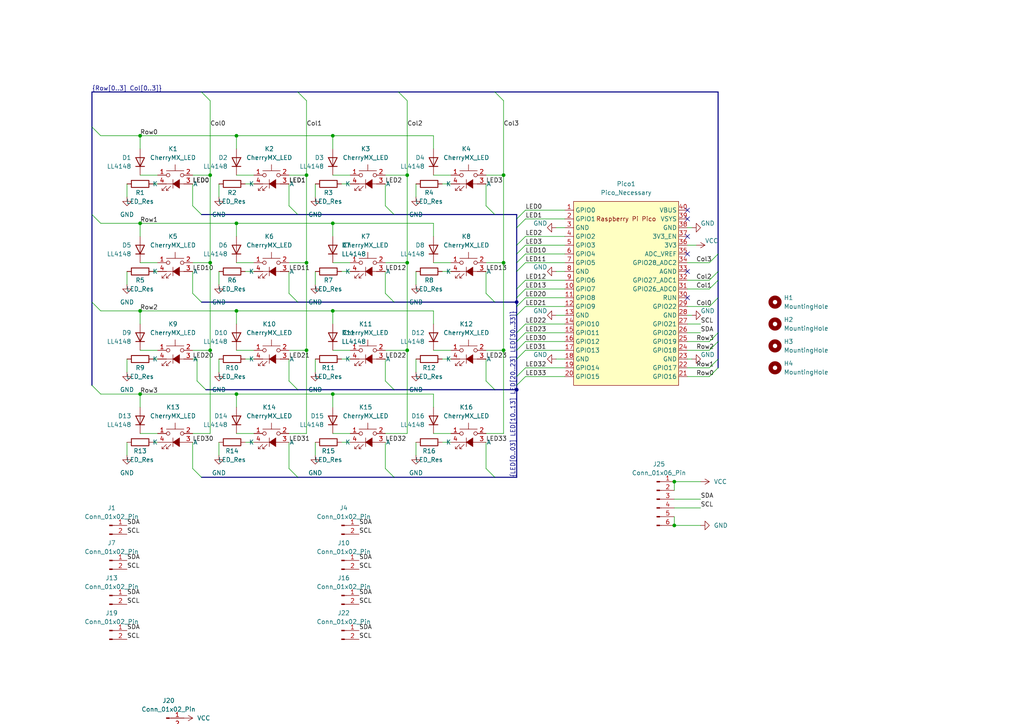
<source format=kicad_sch>
(kicad_sch (version 20230121) (generator eeschema)
  (paper "A4")
  (lib_symbols
    (symbol "Connector:Conn_01x02_Pin" (pin_names (offset 1.016) hide)
      (property "Reference" "J" (at 0 2.54 0))
      (property "Value" "Conn_01x02_Pin" (at 0 -5.08 0))
      (symbol "Conn_01x02_Pin_1_1"
        (pin passive line (at 5.08 0 180) (length 3.81) (name "Pin_1") (number "1"))
        (pin passive line (at 5.08 -2.54 180) (length 3.81) (name "Pin_2") (number "2"))
      )
    )
    (symbol "Connector:Conn_01x06_Pin" (pin_names (offset 1.016) hide)
      (property "Reference" "J" (at 0 7.62 0))
      (property "Value" "Conn_01x06_Pin" (at 0 -10.16 0))
      (symbol "Conn_01x06_Pin_1_1"
        (pin passive line (at 5.08 5.08 180) (length 3.81) (name "Pin_1") (number "1"))
        (pin passive line (at 5.08 2.54 180) (length 3.81) (name "Pin_2") (number "2"))
        (pin passive line (at 5.08 0 180) (length 3.81) (name "Pin_3") (number "3"))
        (pin passive line (at 5.08 -2.54 180) (length 3.81) (name "Pin_4") (number "4"))
        (pin passive line (at 5.08 -5.08 180) (length 3.81) (name "Pin_5") (number "5"))
        (pin passive line (at 5.08 -7.62 180) (length 3.81) (name "Pin_6") (number "6"))
      )
    )
    (symbol "Device:R" (pin_numbers hide) (pin_names (offset 0))
      (property "Reference" "R" (at 2.032 0 90))
      (property "Value" "R" (at 0 0 90))
      (symbol "R_1_1"
        (pin passive line (at 0 3.81 270) (length 1.27) (name "~") (number "1"))
        (pin passive line (at 0 -3.81 90) (length 1.27) (name "~") (number "2"))
      )
    )
    (symbol "Diode:LL4148" (pin_numbers hide) (pin_names hide)
      (property "Reference" "D" (at 0 2.54 0))
      (property "Value" "LL4148" (at 0 -2.54 0))
      (symbol "LL4148_1_1"
        (pin passive line (at -3.81 0 0) (length 2.54) (name "K") (number "1"))
        (pin passive line (at 3.81 0 180) (length 2.54) (name "A") (number "2"))
      )
    )
    (symbol "Mechanical:MountingHole" (pin_names (offset 1.016))
      (property "Reference" "H" (at 0 5.08 0))
      (property "Value" "MountingHole" (at 0 3.175 0))
    )
    (symbol "grid:CherryMX_LED" (pin_names (offset -3.9878))
      (property "Reference" "U" (at 2.54 4.445 0))
      (property "Value" "CherryMX_LED" (at 0 -4.445 0))
      (symbol "CherryMX_LED_1_1"
        (pin passive line (at -5.08 1.27 0) (length 2.54) (name "~") (number "1"))
        (pin passive line (at 5.08 1.27 180) (length 2.54) (name "~") (number "2"))
        (pin passive line (at 5.08 -1.27 180) (length 2.54) (name "A") (number "3"))
        (pin passive line (at -5.08 -1.27 0) (length 2.54) (name "K") (number "4"))
      )
    )
    (symbol "grid:Pico_Necessary"
      (property "Reference" "U" (at -13.97 27.94 0))
      (property "Value" "Pico_Necessary" (at 0 19.05 0))
      (symbol "Pico_Necessary_0_0"
        (text "Raspberry Pi Pico" (at 0 21.59 0) (effects (font (size 1.27 1.27))))
      )
      (symbol "Pico_Necessary_1_1"
        (pin bidirectional line (at -17.78 24.13 0) (length 2.54) (name "GPIO0") (number "1"))
        (pin bidirectional line (at -17.78 1.27 0) (length 2.54) (name "GPIO7") (number "10"))
        (pin bidirectional line (at -17.78 -1.27 0) (length 2.54) (name "GPIO8") (number "11"))
        (pin bidirectional line (at -17.78 -3.81 0) (length 2.54) (name "GPIO9") (number "12"))
        (pin power_in line (at -17.78 -6.35 0) (length 2.54) (name "GND") (number "13"))
        (pin bidirectional line (at -17.78 -8.89 0) (length 2.54) (name "GPIO10") (number "14"))
        (pin bidirectional line (at -17.78 -11.43 0) (length 2.54) (name "GPIO11") (number "15"))
        (pin bidirectional line (at -17.78 -13.97 0) (length 2.54) (name "GPIO12") (number "16"))
        (pin bidirectional line (at -17.78 -16.51 0) (length 2.54) (name "GPIO13") (number "17"))
        (pin power_in line (at -17.78 -19.05 0) (length 2.54) (name "GND") (number "18"))
        (pin bidirectional line (at -17.78 -21.59 0) (length 2.54) (name "GPIO14") (number "19"))
        (pin bidirectional line (at -17.78 21.59 0) (length 2.54) (name "GPIO1") (number "2"))
        (pin bidirectional line (at -17.78 -24.13 0) (length 2.54) (name "GPIO15") (number "20"))
        (pin bidirectional line (at 17.78 -24.13 180) (length 2.54) (name "GPIO16") (number "21"))
        (pin bidirectional line (at 17.78 -21.59 180) (length 2.54) (name "GPIO17") (number "22"))
        (pin power_in line (at 17.78 -19.05 180) (length 2.54) (name "GND") (number "23"))
        (pin bidirectional line (at 17.78 -16.51 180) (length 2.54) (name "GPIO18") (number "24"))
        (pin bidirectional line (at 17.78 -13.97 180) (length 2.54) (name "GPIO19") (number "25"))
        (pin bidirectional line (at 17.78 -11.43 180) (length 2.54) (name "GPIO20") (number "26"))
        (pin bidirectional line (at 17.78 -8.89 180) (length 2.54) (name "GPIO21") (number "27"))
        (pin power_in line (at 17.78 -6.35 180) (length 2.54) (name "GND") (number "28"))
        (pin bidirectional line (at 17.78 -3.81 180) (length 2.54) (name "GPIO22") (number "29"))
        (pin power_in line (at -17.78 19.05 0) (length 2.54) (name "GND") (number "3"))
        (pin input line (at 17.78 -1.27 180) (length 2.54) (name "RUN") (number "30"))
        (pin bidirectional line (at 17.78 1.27 180) (length 2.54) (name "GPIO26_ADC0") (number "31"))
        (pin bidirectional line (at 17.78 3.81 180) (length 2.54) (name "GPIO27_ADC1") (number "32"))
        (pin power_in line (at 17.78 6.35 180) (length 2.54) (name "AGND") (number "33"))
        (pin bidirectional line (at 17.78 8.89 180) (length 2.54) (name "GPIO28_ADC2") (number "34"))
        (pin power_in line (at 17.78 11.43 180) (length 2.54) (name "ADC_VREF") (number "35"))
        (pin power_in line (at 17.78 13.97 180) (length 2.54) (name "3V3") (number "36"))
        (pin input line (at 17.78 16.51 180) (length 2.54) (name "3V3_EN") (number "37"))
        (pin bidirectional line (at 17.78 19.05 180) (length 2.54) (name "GND") (number "38"))
        (pin power_in line (at 17.78 21.59 180) (length 2.54) (name "VSYS") (number "39"))
        (pin bidirectional line (at -17.78 16.51 0) (length 2.54) (name "GPIO2") (number "4"))
        (pin power_in line (at 17.78 24.13 180) (length 2.54) (name "VBUS") (number "40"))
        (pin bidirectional line (at -17.78 13.97 0) (length 2.54) (name "GPIO3") (number "5"))
        (pin bidirectional line (at -17.78 11.43 0) (length 2.54) (name "GPIO4") (number "6"))
        (pin bidirectional line (at -17.78 8.89 0) (length 2.54) (name "GPIO5") (number "7"))
        (pin power_in line (at -17.78 6.35 0) (length 2.54) (name "GND") (number "8"))
        (pin bidirectional line (at -17.78 3.81 0) (length 2.54) (name "GPIO6") (number "9"))
      )
    )
    (symbol "power:GND" (power) (pin_names (offset 0))
      (property "Value" "GND" (at 0 -3.81 0))
      (symbol "GND_1_1"
        (pin power_in line (at 0 0 270) (length 0) hide (name "GND") (number "1"))
      )
    )
    (symbol "power:VCC" (power) (pin_names (offset 0))
      (property "Value" "VCC" (at 0 3.81 0))
      (symbol "VCC_1_1"
        (pin power_in line (at 0 0 90) (length 0) hide (name "VCC") (number "1"))
      )
    )
  )
  (junction (at 68.58 90.17))
  (junction (at 88.9 76.2))
  (junction (at 96.52 64.77))
  (junction (at 60.96 50.8))
  (junction (at 40.64 90.17))
  (junction (at 118.11 76.2))
  (junction (at 149.86 113.03))
  (junction (at 88.9 50.8))
  (junction (at 118.11 101.6))
  (junction (at 60.96 101.6))
  (junction (at 149.86 87.63))
  (junction (at 68.58 39.37))
  (junction (at 40.64 114.3))
  (junction (at 40.64 64.77))
  (junction (at 195.58 139.7))
  (junction (at 96.52 39.37))
  (junction (at 146.05 76.2))
  (junction (at 40.64 39.37))
  (junction (at 68.58 114.3))
  (junction (at 96.52 90.17))
  (junction (at 146.05 101.6))
  (junction (at 118.11 50.8))
  (junction (at 60.96 76.2))
  (junction (at 96.52 114.3))
  (junction (at 88.9 101.6))
  (junction (at 195.58 152.4))
  (junction (at 68.58 64.77))
  (junction (at 146.05 50.8))
  (no_connect (at 199.39 60.96))
  (no_connect (at 199.39 63.5))
  (no_connect (at 199.39 68.58))
  (no_connect (at 199.39 78.74))
  (no_connect (at 199.39 86.36))
  (no_connect (at 199.39 73.66))
  (bus_entry (at 26.67 111.76) (size 2.54 2.54))
  (bus_entry (at 208.28 106.68) (size -2.54 2.54))
  (bus_entry (at 86.36 113.03) (size -2.54 -2.54))
  (bus_entry (at 208.28 99.06) (size -2.54 2.54))
  (bus_entry (at 86.36 87.63) (size -2.54 -2.54))
  (bus_entry (at 149.86 109.22) (size 2.54 -2.54))
  (bus_entry (at 208.28 78.74) (size -2.54 2.54))
  (bus_entry (at 208.28 86.36) (size -2.54 2.54))
  (bus_entry (at 208.28 73.66) (size -2.54 2.54))
  (bus_entry (at 58.42 87.63) (size -2.54 -2.54))
  (bus_entry (at 149.86 104.14) (size 2.54 -2.54))
  (bus_entry (at 114.3 138.43) (size -2.54 -2.54))
  (bus_entry (at 149.86 63.5) (size 2.54 -2.54))
  (bus_entry (at 208.28 104.14) (size -2.54 2.54))
  (bus_entry (at 143.51 26.67) (size 2.54 2.54))
  (bus_entry (at 208.28 81.28) (size -2.54 2.54))
  (bus_entry (at 149.86 91.44) (size 2.54 -2.54))
  (bus_entry (at 58.42 138.43) (size -2.54 -2.54))
  (bus_entry (at 86.36 62.23) (size -2.54 -2.54))
  (bus_entry (at 86.36 26.67) (size 2.54 2.54))
  (bus_entry (at 149.86 66.04) (size 2.54 -2.54))
  (bus_entry (at 114.3 87.63) (size -2.54 -2.54))
  (bus_entry (at 208.28 96.52) (size -2.54 2.54))
  (bus_entry (at 149.86 76.2) (size 2.54 -2.54))
  (bus_entry (at 26.67 62.23) (size 2.54 2.54))
  (bus_entry (at 149.86 73.66) (size 2.54 -2.54))
  (bus_entry (at 149.86 78.74) (size 2.54 -2.54))
  (bus_entry (at 149.86 83.82) (size 2.54 -2.54))
  (bus_entry (at 143.51 113.03) (size -2.54 -2.54))
  (bus_entry (at 114.3 62.23) (size -2.54 -2.54))
  (bus_entry (at 143.51 87.63) (size -2.54 -2.54))
  (bus_entry (at 114.3 113.03) (size -2.54 -2.54))
  (bus_entry (at 26.67 87.63) (size 2.54 2.54))
  (bus_entry (at 26.67 36.83) (size 2.54 2.54))
  (bus_entry (at 149.86 88.9) (size 2.54 -2.54))
  (bus_entry (at 115.57 26.67) (size 2.54 2.54))
  (bus_entry (at 86.36 138.43) (size -2.54 -2.54))
  (bus_entry (at 149.86 111.76) (size 2.54 -2.54))
  (bus_entry (at 59.69 113.03) (size -2.54 -2.54))
  (bus_entry (at 143.51 62.23) (size -2.54 -2.54))
  (bus_entry (at 149.86 86.36) (size 2.54 -2.54))
  (bus_entry (at 149.86 96.52) (size 2.54 -2.54))
  (bus_entry (at 58.42 62.23) (size -2.54 -2.54))
  (bus_entry (at 149.86 99.06) (size 2.54 -2.54))
  (bus_entry (at 149.86 101.6) (size 2.54 -2.54))
  (bus_entry (at 143.51 138.43) (size -2.54 -2.54))
  (bus_entry (at 149.86 71.12) (size 2.54 -2.54))
  (bus_entry (at 58.42 26.67) (size 2.54 2.54))
  (wire (pts (xy 140.97 110.49) (xy 140.97 104.14)))
  (wire (pts (xy 152.4 96.52) (xy 163.83 96.52)))
  (wire (pts (xy 40.64 114.3) (xy 68.58 114.3)))
  (bus (pts (xy 114.3 138.43) (xy 143.51 138.43)))
  (bus (pts (xy 208.28 86.36) (xy 208.28 96.52)))
  (bus (pts (xy 149.86 83.82) (xy 149.86 86.36)))
  (wire (pts (xy 125.73 101.6) (xy 130.81 101.6)))
  (bus (pts (xy 26.67 26.67) (xy 58.42 26.67)))
  (wire (pts (xy 199.39 83.82) (xy 205.74 83.82)))
  (bus (pts (xy 149.86 113.03) (xy 149.86 138.43)))
  (wire (pts (xy 40.64 50.8) (xy 45.72 50.8)))
  (wire (pts (xy 45.72 128.27) (xy 44.45 128.27)))
  (wire (pts (xy 199.39 81.28) (xy 205.74 81.28)))
  (wire (pts (xy 161.29 104.14) (xy 163.83 104.14)))
  (bus (pts (xy 149.86 86.36) (xy 149.86 87.63)))
  (wire (pts (xy 152.4 88.9) (xy 163.83 88.9)))
  (wire (pts (xy 68.58 125.73) (xy 73.66 125.73)))
  (wire (pts (xy 199.39 101.6) (xy 205.74 101.6)))
  (wire (pts (xy 36.83 78.74) (xy 36.83 82.55)))
  (bus (pts (xy 149.86 104.14) (xy 149.86 109.22)))
  (wire (pts (xy 73.66 104.14) (xy 71.12 104.14)))
  (wire (pts (xy 152.4 99.06) (xy 163.83 99.06)))
  (wire (pts (xy 120.65 78.74) (xy 120.65 82.55)))
  (wire (pts (xy 45.72 104.14) (xy 44.45 104.14)))
  (bus (pts (xy 26.67 36.83) (xy 26.67 26.67)))
  (wire (pts (xy 40.64 68.58) (xy 40.64 64.77)))
  (bus (pts (xy 143.51 138.43) (xy 149.86 138.43)))
  (wire (pts (xy 111.76 104.14) (xy 111.76 110.49)))
  (bus (pts (xy 149.86 71.12) (xy 149.86 73.66)))
  (bus (pts (xy 86.36 87.63) (xy 114.3 87.63)))
  (wire (pts (xy 36.83 53.34) (xy 36.83 57.15)))
  (wire (pts (xy 146.05 50.8) (xy 146.05 76.2)))
  (wire (pts (xy 73.66 53.34) (xy 71.12 53.34)))
  (wire (pts (xy 55.88 59.69) (xy 55.88 53.34)))
  (wire (pts (xy 68.58 90.17) (xy 68.58 93.98)))
  (bus (pts (xy 114.3 87.63) (xy 143.51 87.63)))
  (wire (pts (xy 40.64 93.98) (xy 40.64 90.17)))
  (wire (pts (xy 68.58 39.37) (xy 68.58 43.18)))
  (wire (pts (xy 88.9 50.8) (xy 88.9 76.2)))
  (wire (pts (xy 199.39 106.68) (xy 205.74 106.68)))
  (bus (pts (xy 149.86 96.52) (xy 149.86 99.06)))
  (wire (pts (xy 96.52 114.3) (xy 125.73 114.3)))
  (bus (pts (xy 143.51 87.63) (xy 149.86 87.63)))
  (bus (pts (xy 208.28 104.14) (xy 208.28 106.68)))
  (wire (pts (xy 101.6 104.14) (xy 99.06 104.14)))
  (wire (pts (xy 125.73 114.3) (xy 125.73 118.11)))
  (wire (pts (xy 91.44 53.34) (xy 91.44 57.15)))
  (wire (pts (xy 83.82 76.2) (xy 88.9 76.2)))
  (wire (pts (xy 111.76 101.6) (xy 118.11 101.6)))
  (bus (pts (xy 58.42 26.67) (xy 86.36 26.67)))
  (wire (pts (xy 68.58 64.77) (xy 96.52 64.77)))
  (wire (pts (xy 36.83 104.14) (xy 36.83 107.95)))
  (bus (pts (xy 149.86 111.76) (xy 149.86 113.03)))
  (wire (pts (xy 96.52 90.17) (xy 125.73 90.17)))
  (bus (pts (xy 208.28 81.28) (xy 208.28 86.36)))
  (wire (pts (xy 60.96 125.73) (xy 55.88 125.73)))
  (wire (pts (xy 199.39 71.12) (xy 201.93 71.12)))
  (bus (pts (xy 149.86 91.44) (xy 149.86 96.52)))
  (bus (pts (xy 26.67 111.76) (xy 26.67 87.63)))
  (bus (pts (xy 149.86 109.22) (xy 149.86 111.76)))
  (wire (pts (xy 152.4 68.58) (xy 163.83 68.58)))
  (wire (pts (xy 63.5 78.74) (xy 63.5 82.55)))
  (wire (pts (xy 55.88 76.2) (xy 60.96 76.2)))
  (wire (pts (xy 40.64 64.77) (xy 68.58 64.77)))
  (wire (pts (xy 29.21 90.17) (xy 40.64 90.17)))
  (wire (pts (xy 88.9 125.73) (xy 83.82 125.73)))
  (bus (pts (xy 115.57 26.67) (xy 143.51 26.67)))
  (wire (pts (xy 152.4 83.82) (xy 163.83 83.82)))
  (wire (pts (xy 140.97 85.09) (xy 140.97 78.74)))
  (wire (pts (xy 83.82 78.74) (xy 83.82 85.09)))
  (wire (pts (xy 195.58 139.7) (xy 195.58 142.24)))
  (wire (pts (xy 55.88 50.8) (xy 60.96 50.8)))
  (wire (pts (xy 152.4 63.5) (xy 163.83 63.5)))
  (wire (pts (xy 161.29 91.44) (xy 163.83 91.44)))
  (bus (pts (xy 149.86 63.5) (xy 149.86 66.04)))
  (wire (pts (xy 45.72 78.74) (xy 44.45 78.74)))
  (wire (pts (xy 125.73 125.73) (xy 130.81 125.73)))
  (bus (pts (xy 208.28 73.66) (xy 208.28 78.74)))
  (wire (pts (xy 199.39 99.06) (xy 205.74 99.06)))
  (wire (pts (xy 146.05 76.2) (xy 146.05 101.6)))
  (wire (pts (xy 68.58 50.8) (xy 73.66 50.8)))
  (wire (pts (xy 36.83 128.27) (xy 36.83 132.08)))
  (wire (pts (xy 118.11 50.8) (xy 118.11 76.2)))
  (wire (pts (xy 199.39 93.98) (xy 203.2 93.98)))
  (wire (pts (xy 91.44 78.74) (xy 91.44 82.55)))
  (wire (pts (xy 68.58 39.37) (xy 96.52 39.37)))
  (wire (pts (xy 96.52 114.3) (xy 96.52 118.11)))
  (bus (pts (xy 58.42 138.43) (xy 86.36 138.43)))
  (bus (pts (xy 26.67 62.23) (xy 26.67 36.83)))
  (wire (pts (xy 199.39 104.14) (xy 200.66 104.14)))
  (wire (pts (xy 73.66 78.74) (xy 71.12 78.74)))
  (wire (pts (xy 83.82 50.8) (xy 88.9 50.8)))
  (bus (pts (xy 58.42 87.63) (xy 86.36 87.63)))
  (wire (pts (xy 29.21 39.37) (xy 40.64 39.37)))
  (wire (pts (xy 111.76 50.8) (xy 118.11 50.8)))
  (wire (pts (xy 68.58 114.3) (xy 96.52 114.3)))
  (wire (pts (xy 125.73 76.2) (xy 130.81 76.2)))
  (wire (pts (xy 96.52 64.77) (xy 125.73 64.77)))
  (bus (pts (xy 208.28 96.52) (xy 208.28 99.06)))
  (wire (pts (xy 101.6 53.34) (xy 99.06 53.34)))
  (wire (pts (xy 146.05 125.73) (xy 140.97 125.73)))
  (wire (pts (xy 57.15 104.14) (xy 55.88 104.14)))
  (wire (pts (xy 40.64 43.18) (xy 40.64 39.37)))
  (wire (pts (xy 60.96 29.21) (xy 60.96 50.8)))
  (wire (pts (xy 199.39 88.9) (xy 205.74 88.9)))
  (bus (pts (xy 149.86 76.2) (xy 149.86 78.74)))
  (wire (pts (xy 152.4 86.36) (xy 163.83 86.36)))
  (wire (pts (xy 101.6 78.74) (xy 99.06 78.74)))
  (bus (pts (xy 143.51 26.67) (xy 208.28 26.67)))
  (wire (pts (xy 125.73 90.17) (xy 125.73 93.98)))
  (wire (pts (xy 152.4 71.12) (xy 163.83 71.12)))
  (wire (pts (xy 199.39 91.44) (xy 200.66 91.44)))
  (wire (pts (xy 146.05 29.21) (xy 146.05 50.8)))
  (wire (pts (xy 199.39 109.22) (xy 205.74 109.22)))
  (wire (pts (xy 91.44 104.14) (xy 91.44 107.95)))
  (bus (pts (xy 26.67 87.63) (xy 26.67 62.23)))
  (wire (pts (xy 44.45 53.34) (xy 45.72 53.34)))
  (wire (pts (xy 96.52 39.37) (xy 125.73 39.37)))
  (bus (pts (xy 149.86 73.66) (xy 149.86 76.2)))
  (wire (pts (xy 68.58 101.6) (xy 73.66 101.6)))
  (wire (pts (xy 96.52 39.37) (xy 96.52 43.18)))
  (wire (pts (xy 118.11 125.73) (xy 111.76 125.73)))
  (wire (pts (xy 152.4 109.22) (xy 163.83 109.22)))
  (wire (pts (xy 111.76 85.09) (xy 111.76 78.74)))
  (bus (pts (xy 86.36 62.23) (xy 114.3 62.23)))
  (bus (pts (xy 149.86 88.9) (xy 149.86 91.44)))
  (bus (pts (xy 149.86 101.6) (xy 149.86 104.14)))
  (wire (pts (xy 96.52 64.77) (xy 96.52 68.58)))
  (wire (pts (xy 152.4 81.28) (xy 163.83 81.28)))
  (bus (pts (xy 58.42 62.23) (xy 86.36 62.23)))
  (wire (pts (xy 57.15 110.49) (xy 57.15 104.14)))
  (wire (pts (xy 96.52 90.17) (xy 96.52 93.98)))
  (bus (pts (xy 208.28 78.74) (xy 208.28 81.28)))
  (wire (pts (xy 118.11 101.6) (xy 118.11 125.73)))
  (wire (pts (xy 88.9 76.2) (xy 88.9 101.6)))
  (wire (pts (xy 88.9 101.6) (xy 88.9 125.73)))
  (wire (pts (xy 195.58 147.32) (xy 203.2 147.32)))
  (wire (pts (xy 83.82 101.6) (xy 88.9 101.6)))
  (wire (pts (xy 125.73 50.8) (xy 130.81 50.8)))
  (wire (pts (xy 195.58 144.78) (xy 203.2 144.78)))
  (wire (pts (xy 125.73 39.37) (xy 125.73 43.18)))
  (wire (pts (xy 140.97 101.6) (xy 146.05 101.6)))
  (wire (pts (xy 55.88 101.6) (xy 60.96 101.6)))
  (bus (pts (xy 86.36 26.67) (xy 115.57 26.67)))
  (bus (pts (xy 208.28 26.67) (xy 208.28 73.66)))
  (wire (pts (xy 63.5 53.34) (xy 63.5 57.15)))
  (wire (pts (xy 29.21 114.3) (xy 40.64 114.3)))
  (wire (pts (xy 195.58 152.4) (xy 203.2 152.4)))
  (wire (pts (xy 161.29 66.04) (xy 163.83 66.04)))
  (wire (pts (xy 68.58 76.2) (xy 73.66 76.2)))
  (wire (pts (xy 60.96 76.2) (xy 60.96 101.6)))
  (wire (pts (xy 29.21 64.77) (xy 40.64 64.77)))
  (wire (pts (xy 55.88 85.09) (xy 55.88 78.74)))
  (wire (pts (xy 152.4 76.2) (xy 163.83 76.2)))
  (wire (pts (xy 40.64 101.6) (xy 45.72 101.6)))
  (bus (pts (xy 149.86 62.23) (xy 149.86 63.5)))
  (wire (pts (xy 161.29 78.74) (xy 163.83 78.74)))
  (wire (pts (xy 140.97 76.2) (xy 146.05 76.2)))
  (wire (pts (xy 40.64 90.17) (xy 68.58 90.17)))
  (wire (pts (xy 152.4 106.68) (xy 163.83 106.68)))
  (wire (pts (xy 40.64 114.3) (xy 40.64 118.11)))
  (wire (pts (xy 68.58 114.3) (xy 68.58 118.11)))
  (wire (pts (xy 101.6 128.27) (xy 99.06 128.27)))
  (wire (pts (xy 195.58 139.7) (xy 203.2 139.7)))
  (wire (pts (xy 118.11 76.2) (xy 118.11 101.6)))
  (wire (pts (xy 40.64 39.37) (xy 68.58 39.37)))
  (wire (pts (xy 83.82 128.27) (xy 83.82 135.89)))
  (wire (pts (xy 96.52 76.2) (xy 101.6 76.2)))
  (wire (pts (xy 83.82 59.69) (xy 83.82 53.34)))
  (wire (pts (xy 120.65 104.14) (xy 120.65 107.95)))
  (wire (pts (xy 68.58 90.17) (xy 96.52 90.17)))
  (bus (pts (xy 114.3 62.23) (xy 143.51 62.23)))
  (wire (pts (xy 152.4 101.6) (xy 163.83 101.6)))
  (wire (pts (xy 120.65 53.34) (xy 120.65 57.15)))
  (wire (pts (xy 60.96 101.6) (xy 60.96 125.73)))
  (bus (pts (xy 149.86 99.06) (xy 149.86 101.6)))
  (wire (pts (xy 40.64 125.73) (xy 45.72 125.73)))
  (bus (pts (xy 149.86 66.04) (xy 149.86 71.12)))
  (wire (pts (xy 96.52 125.73) (xy 101.6 125.73)))
  (wire (pts (xy 120.65 128.27) (xy 120.65 132.08)))
  (wire (pts (xy 91.44 128.27) (xy 91.44 132.08)))
  (bus (pts (xy 143.51 62.23) (xy 149.86 62.23)))
  (bus (pts (xy 59.69 113.03) (xy 86.36 113.03)))
  (wire (pts (xy 96.52 101.6) (xy 101.6 101.6)))
  (bus (pts (xy 149.86 78.74) (xy 149.86 83.82)))
  (bus (pts (xy 86.36 138.43) (xy 114.3 138.43)))
  (wire (pts (xy 96.52 50.8) (xy 101.6 50.8)))
  (wire (pts (xy 40.64 76.2) (xy 45.72 76.2)))
  (bus (pts (xy 86.36 113.03) (xy 114.3 113.03)))
  (wire (pts (xy 140.97 50.8) (xy 146.05 50.8)))
  (wire (pts (xy 130.81 128.27) (xy 128.27 128.27)))
  (wire (pts (xy 111.76 135.89) (xy 111.76 128.27)))
  (wire (pts (xy 152.4 73.66) (xy 163.83 73.66)))
  (wire (pts (xy 146.05 101.6) (xy 146.05 125.73)))
  (wire (pts (xy 68.58 64.77) (xy 68.58 68.58)))
  (wire (pts (xy 73.66 128.27) (xy 71.12 128.27)))
  (wire (pts (xy 88.9 29.21) (xy 88.9 50.8)))
  (wire (pts (xy 199.39 76.2) (xy 205.74 76.2)))
  (wire (pts (xy 63.5 128.27) (xy 63.5 132.08)))
  (bus (pts (xy 114.3 113.03) (xy 143.51 113.03)))
  (wire (pts (xy 130.81 53.34) (xy 128.27 53.34)))
  (wire (pts (xy 60.96 50.8) (xy 60.96 76.2)))
  (wire (pts (xy 199.39 66.04) (xy 200.66 66.04)))
  (wire (pts (xy 130.81 104.14) (xy 128.27 104.14)))
  (wire (pts (xy 83.82 104.14) (xy 83.82 110.49)))
  (wire (pts (xy 118.11 29.21) (xy 118.11 50.8)))
  (wire (pts (xy 140.97 53.34) (xy 140.97 59.69)))
  (wire (pts (xy 195.58 149.86) (xy 195.58 152.4)))
  (wire (pts (xy 199.39 96.52) (xy 203.2 96.52)))
  (bus (pts (xy 149.86 87.63) (xy 149.86 88.9)))
  (wire (pts (xy 152.4 60.96) (xy 163.83 60.96)))
  (wire (pts (xy 63.5 104.14) (xy 63.5 107.95)))
  (wire (pts (xy 152.4 93.98) (xy 163.83 93.98)))
  (wire (pts (xy 130.81 78.74) (xy 128.27 78.74)))
  (wire (pts (xy 111.76 76.2) (xy 118.11 76.2)))
  (wire (pts (xy 111.76 53.34) (xy 111.76 59.69)))
  (bus (pts (xy 143.51 113.03) (xy 149.86 113.03)))
  (wire (pts (xy 55.88 135.89) (xy 55.88 128.27)))
  (wire (pts (xy 125.73 64.77) (xy 125.73 68.58)))
  (wire (pts (xy 140.97 128.27) (xy 140.97 135.89)))
  (bus (pts (xy 208.28 99.06) (xy 208.28 104.14)))
  (label "LED33" (at 152.4 109.22 0))
  (label "LED22" (at 152.4 93.98 0))
  (label "Row1" (at 40.64 64.77 0))
  (label "LED31" (at 83.82 128.27 0))
  (label "SDA" (at 104.14 182.88 0))
  (label "SDA" (at 104.14 172.72 0))
  (label "LED0" (at 152.4 60.96 0))
  (label "SCL" (at 36.83 154.94 0))
  (label "SDA" (at 36.83 182.88 0))
  (label "SDA" (at 36.83 152.4 0))
  (label "{LED[0..03] LED[10..13] LED[20..23] LED[30..33]}" (at 149.86 138.43 90))
  (label "LED20" (at 152.4 86.36 0))
  (label "Row2" (at 201.93 101.6 0))
  (label "SDA" (at 36.83 162.56 0))
  (label "LED10" (at 55.88 78.74 0))
  (label "SCL" (at 203.2 147.32 0))
  (label "LED13" (at 152.4 83.82 0))
  (label "Col1" (at 88.9 36.83 0))
  (label "LED0" (at 55.88 53.34 0))
  (label "LED21" (at 152.4 88.9 0))
  (label "SDA" (at 104.14 162.56 0))
  (label "LED23" (at 152.4 96.52 0))
  (label "LED1" (at 152.4 63.5 0))
  (label "LED31" (at 152.4 101.6 0))
  (label "SDA" (at 36.83 172.72 0))
  (label "Col2" (at 118.11 36.83 0))
  (label "LED22" (at 111.76 104.14 0))
  (label "SDA" (at 203.2 144.78 0))
  (label "LED3" (at 152.4 71.12 0))
  (label "Row3" (at 201.93 99.06 0))
  (label "LED32" (at 111.76 128.27 0))
  (label "LED2" (at 111.76 53.34 0))
  (label "SCL" (at 104.14 154.94 0))
  (label "LED13" (at 140.97 78.74 0))
  (label "LED11" (at 152.4 76.2 0))
  (label "SCL" (at 36.83 175.26 0))
  (label "Row1" (at 201.93 106.68 0))
  (label "LED12" (at 111.76 78.74 0))
  (label "SCL" (at 104.14 185.42 0))
  (label "Row0" (at 201.93 109.22 0))
  (label "LED11" (at 83.82 78.74 0))
  (label "SDA" (at 104.14 152.4 0))
  (label "SDA" (at 203.2 96.52 0))
  (label "Col3" (at 201.93 76.2 0))
  (label "LED23" (at 140.97 104.14 0))
  (label "SCL" (at 36.83 185.42 0))
  (label "Col0" (at 201.93 88.9 0))
  (label "Row0" (at 40.64 39.37 0))
  (label "{Row[0..3] Col[0..3]}" (at 26.67 26.67 0))
  (label "SCL" (at 203.2 93.98 0))
  (label "LED12" (at 152.4 81.28 0))
  (label "LED20" (at 55.88 104.14 0))
  (label "LED30" (at 152.4 99.06 0))
  (label "SCL" (at 104.14 175.26 0))
  (label "LED1" (at 83.82 53.34 0))
  (label "LED0" (at 55.88 53.34 0))
  (label "SCL" (at 104.14 165.1 0))
  (label "Col1" (at 201.93 83.82 0))
  (label "SCL" (at 36.83 165.1 0))
  (label "Row3" (at 40.64 114.3 0))
  (label "LED3" (at 140.97 53.34 0))
  (label "LED10" (at 152.4 73.66 0))
  (label "LED21" (at 83.82 104.14 0))
  (label "Col2" (at 201.93 81.28 0))
  (label "LED30" (at 55.88 128.27 0))
  (label "Col3" (at 146.05 36.83 0))
  (label "LED32" (at 152.4 106.68 0))
  (label "LED33" (at 140.97 128.27 0))
  (label "Row2" (at 40.64 90.17 0))
  (label "LED2" (at 152.4 68.58 0))
  (label "LED1" (at 83.82 53.34 0))
  (label "Col0" (at 60.96 36.83 0))
  (symbol (lib_id "Connector:Conn_01x02_Pin") (at 46.99 220.98 0) (unit 1)
    (property "Reference" "J5" (at 47.625 215.9 0))
    (property "Value" "Conn_01x02_Pin" (at 47.625 218.44 0))
    (property "Footprint" "grid:SolderPad_2" (effects hide))
  )
  (symbol (lib_id "power:GND") (at 161.29 91.44 270) (unit 1)
    (property "Reference" "#PWR019" (effects hide))
    (property "Value" "GND" (at 158.75 90.17 90) (effects (justify right)))
  )
  (symbol (lib_id "grid:CherryMX_LED") (at 106.68 77.47 0) (unit 1)
    (property "Reference" "K7" (at 106.045 68.58 0))
    (property "Value" "CherryMX_LED" (at 106.045 71.12 0))
    (property "Footprint" "grid:MX-Hotswap-1U-1206-Reserved-LED" (effects hide))
  )
  (symbol (lib_id "Connector:Conn_01x02_Pin") (at 31.75 182.88 0) (unit 1)
    (property "Reference" "J19" (at 32.385 177.8 0))
    (property "Value" "Conn_01x02_Pin" (at 32.385 180.34 0))
    (property "Footprint" "grid:SolderPad_2" (effects hide))
  )
  (symbol (lib_id "power:VCC") (at 52.07 269.24 270) (unit 1)
    (property "Reference" "#PWR045" (effects hide))
    (property "Value" "VCC" (at 55.88 269.24 90) (effects (justify left)))
  )
  (symbol (lib_id "Connector:Conn_01x02_Pin") (at 48.26 208.28 0) (unit 1)
    (property "Reference" "J20" (at 48.895 203.2 0))
    (property "Value" "Conn_01x02_Pin" (at 48.895 205.74 0))
    (property "Footprint" "grid:SolderPad_2" (effects hide))
  )
  (symbol (lib_id "Connector:Conn_01x02_Pin") (at 99.06 162.56 0) (unit 1)
    (property "Reference" "J10" (at 99.695 157.48 0))
    (property "Value" "Conn_01x02_Pin" (at 99.695 160.02 0))
    (property "Footprint" "grid:SolderPad_2" (effects hide))
  )
  (symbol (lib_id "power:VCC") (at 201.93 71.12 270) (unit 1)
    (property "Reference" "#PWR023" (effects hide))
    (property "Value" "VCC" (at 204.47 69.85 90) (effects (justify left)))
  )
  (symbol (lib_id "Diode:LL4148") (at 40.64 72.39 90) (unit 1)
    (property "Reference" "D5" (at 38.1 71.12 90) (effects (justify left)))
    (property "Value" "LL4148" (at 38.1 73.66 90) (effects (justify left)))
    (property "Footprint" "Diode_SMD:D_MiniMELF" (effects hide))
    (property "Datasheet" "http://www.vishay.com/docs/85557/ll4148.pdf" (effects hide))
    (property "Sim.Device" "D" (effects hide))
    (property "Sim.Pins" "1=K 2=A" (effects hide))
  )
  (symbol (lib_id "Connector:Conn_01x02_Pin") (at 49.53 251.46 0) (unit 1)
    (property "Reference" "J14" (at 50.165 246.38 0))
    (property "Value" "Conn_01x02_Pin" (at 50.165 248.92 0))
    (property "Footprint" "grid:SolderPad_2" (effects hide))
  )
  (symbol (lib_id "power:GND") (at 63.5 107.95 0) (unit 1)
    (property "Reference" "#PWR010" (effects hide))
    (property "Value" "GND" (at 63.5 113.03 0))
  )
  (symbol (lib_id "grid:CherryMX_LED") (at 106.68 52.07 0) (unit 1)
    (property "Reference" "K3" (at 106.045 43.18 0))
    (property "Value" "CherryMX_LED" (at 106.045 45.72 0))
    (property "Footprint" "grid:MX-Hotswap-1U-1206-Reserved-LED" (effects hide))
  )
  (symbol (lib_id "Diode:LL4148") (at 125.73 46.99 270) (mirror x) (unit 1)
    (property "Reference" "D4" (at 123.19 45.72 90) (effects (justify right)))
    (property "Value" "LL4148" (at 123.19 48.26 90) (effects (justify right)))
    (property "Footprint" "Diode_SMD:D_MiniMELF" (effects hide))
    (property "Datasheet" "http://www.vishay.com/docs/85557/ll4148.pdf" (effects hide))
    (property "Sim.Device" "D" (effects hide))
    (property "Sim.Pins" "1=K 2=A" (effects hide))
  )
  (symbol (lib_id "power:GND") (at 36.83 107.95 0) (unit 1)
    (property "Reference" "#PWR09" (effects hide))
    (property "Value" "GND" (at 36.83 113.03 0))
  )
  (symbol (lib_id "Device:R") (at 67.31 78.74 90) (unit 1)
    (property "Reference" "R6" (at 67.31 81.28 90))
    (property "Value" "LED_Res" (at 67.31 83.82 90))
    (property "Footprint" "Resistor_SMD:R_0805_2012Metric_Pad1.20x1.40mm_HandSolder" (effects hide))
  )
  (symbol (lib_id "Diode:LL4148") (at 125.73 121.92 270) (mirror x) (unit 1)
    (property "Reference" "D16" (at 123.19 120.65 90) (effects (justify right)))
    (property "Value" "LL4148" (at 123.19 123.19 90) (effects (justify right)))
    (property "Footprint" "Diode_SMD:D_MiniMELF" (effects hide))
    (property "Datasheet" "http://www.vishay.com/docs/85557/ll4148.pdf" (effects hide))
    (property "Sim.Device" "D" (effects hide))
    (property "Sim.Pins" "1=K 2=A" (effects hide))
  )
  (symbol (lib_id "power:GND") (at 36.83 82.55 0) (unit 1)
    (property "Reference" "#PWR05" (effects hide))
    (property "Value" "GND" (at 36.83 87.63 0))
  )
  (symbol (lib_id "Connector:Conn_01x02_Pin") (at 46.99 281.94 0) (unit 1)
    (property "Reference" "J24" (at 47.625 276.86 0))
    (property "Value" "Conn_01x02_Pin" (at 47.625 279.4 0))
    (property "Footprint" "grid:SolderPad_2" (effects hide))
  )
  (symbol (lib_id "Diode:LL4148") (at 125.73 72.39 270) (mirror x) (unit 1)
    (property "Reference" "D8" (at 123.19 71.12 90) (effects (justify right)))
    (property "Value" "LL4148" (at 123.19 73.66 90) (effects (justify right)))
    (property "Footprint" "Diode_SMD:D_MiniMELF" (effects hide))
    (property "Datasheet" "http://www.vishay.com/docs/85557/ll4148.pdf" (effects hide))
    (property "Sim.Device" "D" (effects hide))
    (property "Sim.Pins" "1=K 2=A" (effects hide))
  )
  (symbol (lib_id "Connector:Conn_01x02_Pin") (at 91.44 219.71 0) (unit 1)
    (property "Reference" "J8" (at 92.075 214.63 0))
    (property "Value" "Conn_01x02_Pin" (at 92.075 217.17 0))
    (property "Footprint" "grid:SolderPad_2" (effects hide))
  )
  (symbol (lib_id "Diode:LL4148") (at 96.52 72.39 270) (mirror x) (unit 1)
    (property "Reference" "D7" (at 99.06 71.12 90) (effects (justify left)))
    (property "Value" "LL4148" (at 99.06 73.66 90) (effects (justify left)))
    (property "Footprint" "Diode_SMD:D_MiniMELF" (effects hide))
    (property "Datasheet" "http://www.vishay.com/docs/85557/ll4148.pdf" (effects hide))
    (property "Sim.Device" "D" (effects hide))
    (property "Sim.Pins" "1=K 2=A" (effects hide))
  )
  (symbol (lib_id "Device:R") (at 40.64 104.14 90) (unit 1)
    (property "Reference" "R9" (at 40.64 106.68 90))
    (property "Value" "LED_Res" (at 40.64 109.22 90))
    (property "Footprint" "Resistor_SMD:R_0805_2012Metric_Pad1.20x1.40mm_HandSolder" (effects hide))
  )
  (symbol (lib_id "power:GND") (at 156.21 238.76 90) (unit 1)
    (property "Reference" "#PWR048" (effects hide))
    (property "Value" "GND" (at 160.02 238.76 90) (effects (justify right)))
  )
  (symbol (lib_id "Diode:LL4148") (at 96.52 97.79 270) (mirror x) (unit 1)
    (property "Reference" "D11" (at 99.06 96.52 90) (effects (justify left)))
    (property "Value" "LL4148" (at 99.06 99.06 90) (effects (justify left)))
    (property "Footprint" "Diode_SMD:D_MiniMELF" (effects hide))
    (property "Datasheet" "http://www.vishay.com/docs/85557/ll4148.pdf" (effects hide))
    (property "Sim.Device" "D" (effects hide))
    (property "Sim.Pins" "1=K 2=A" (effects hide))
  )
  (symbol (lib_id "power:GND") (at 96.52 247.65 90) (unit 1)
    (property "Reference" "#PWR044" (effects hide))
    (property "Value" "GND" (at 100.33 247.65 90) (effects (justify right)))
  )
  (symbol (lib_id "power:VCC") (at 34.29 232.41 270) (unit 1)
    (property "Reference" "#PWR028" (effects hide))
    (property "Value" "VCC" (at 38.1 232.41 90) (effects (justify left)))
  )
  (symbol (lib_id "power:GND") (at 161.29 104.14 270) (unit 1)
    (property "Reference" "#PWR020" (effects hide))
    (property "Value" "GND" (at 158.75 102.87 90) (effects (justify right)))
  )
  (symbol (lib_id "power:VCC") (at 52.07 295.91 270) (unit 1)
    (property "Reference" "#PWR050" (effects hide))
    (property "Value" "VCC" (at 55.88 295.91 90) (effects (justify left)))
  )
  (symbol (lib_id "power:GND") (at 120.65 107.95 0) (unit 1)
    (property "Reference" "#PWR012" (effects hide))
    (property "Value" "GND" (at 120.65 113.03 0))
  )
  (symbol (lib_id "power:GND") (at 91.44 132.08 0) (unit 1)
    (property "Reference" "#PWR015" (effects hide))
    (property "Value" "GND" (at 91.44 137.16 0))
  )
  (symbol (lib_id "grid:CherryMX_LED") (at 50.8 77.47 0) (unit 1)
    (property "Reference" "K5" (at 50.165 68.58 0))
    (property "Value" "CherryMX_LED" (at 50.165 71.12 0))
    (property "Footprint" "grid:MX-Hotswap-1U-1206-Reserved-LED" (effects hide))
  )
  (symbol (lib_id "power:GND") (at 200.66 104.14 90) (unit 1)
    (property "Reference" "#PWR021" (effects hide))
    (property "Value" "GND" (at 203.2 102.87 90) (effects (justify right)))
  )
  (symbol (lib_id "Connector:Conn_01x06_Pin") (at 190.5 144.78 0) (unit 1)
    (property "Reference" "J25" (at 191.135 134.62 0))
    (property "Value" "Conn_01x06_Pin" (at 191.135 137.16 0))
    (property "Footprint" "Connector_PinHeader_2.54mm:PinHeader_1x06_P2.54mm_Vertical" (effects hide))
  )
  (symbol (lib_id "Connector:Conn_01x02_Pin") (at 120.65 236.22 0) (unit 1)
    (property "Reference" "J3" (at 121.285 231.14 0))
    (property "Value" "Conn_01x02_Pin" (at 121.285 233.68 0))
    (property "Footprint" "grid:SolderPad_2" (effects hide))
  )
  (symbol (lib_id "grid:CherryMX_LED") (at 78.74 77.47 0) (unit 1)
    (property "Reference" "K6" (at 78.105 68.58 0))
    (property "Value" "CherryMX_LED" (at 78.105 71.12 0))
    (property "Footprint" "grid:MX-Hotswap-1U-1206-Reserved-LED" (effects hide))
  )
  (symbol (lib_id "Diode:LL4148") (at 125.73 97.79 270) (mirror x) (unit 1)
    (property "Reference" "D12" (at 123.19 96.52 90) (effects (justify right)))
    (property "Value" "LL4148" (at 123.19 99.06 90) (effects (justify right)))
    (property "Footprint" "Diode_SMD:D_MiniMELF" (effects hide))
    (property "Datasheet" "http://www.vishay.com/docs/85557/ll4148.pdf" (effects hide))
    (property "Sim.Device" "D" (effects hide))
    (property "Sim.Pins" "1=K 2=A" (effects hide))
  )
  (symbol (lib_id "power:GND") (at 120.65 82.55 0) (unit 1)
    (property "Reference" "#PWR08" (effects hide))
    (property "Value" "GND" (at 120.65 87.63 0))
  )
  (symbol (lib_id "power:GND") (at 203.2 152.4 90) (unit 1)
    (property "Reference" "#PWR058" (effects hide))
    (property "Value" "GND" (at 207.01 152.4 90) (effects (justify right)))
  )
  (symbol (lib_id "power:GND") (at 125.73 246.38 90) (unit 1)
    (property "Reference" "#PWR033" (effects hide))
    (property "Value" "GND" (at 129.54 246.38 90) (effects (justify right)))
  )
  (symbol (lib_id "Connector:Conn_01x02_Pin") (at 151.13 226.06 0) (unit 1)
    (property "Reference" "J12" (at 151.765 220.98 0))
    (property "Value" "Conn_01x02_Pin" (at 151.765 223.52 0))
    (property "Footprint" "grid:SolderPad_2" (effects hide))
  )
  (symbol (lib_id "power:GND") (at 156.21 228.6 90) (unit 1)
    (property "Reference" "#PWR040" (effects hide))
    (property "Value" "GND" (at 160.02 228.6 90) (effects (justify right)))
  )
  (symbol (lib_id "Device:R") (at 124.46 78.74 90) (unit 1)
    (property "Reference" "R8" (at 124.46 81.28 90))
    (property "Value" "LED_Res" (at 124.46 83.82 90))
    (property "Footprint" "Resistor_SMD:R_0805_2012Metric_Pad1.20x1.40mm_HandSolder" (effects hide))
  )
  (symbol (lib_id "power:GND") (at 125.73 248.92 90) (unit 1)
    (property "Reference" "#PWR038" (effects hide))
    (property "Value" "GND" (at 129.54 248.92 90) (effects (justify right)))
  )
  (symbol (lib_id "grid:CherryMX_LED") (at 135.89 127 0) (unit 1)
    (property "Reference" "K16" (at 135.255 118.11 0))
    (property "Value" "CherryMX_LED" (at 135.255 120.65 0))
    (property "Footprint" "grid:MX-Hotswap-1U-1206-Reserved-LED" (effects hide))
  )
  (symbol (lib_id "Connector:Conn_01x02_Pin") (at 99.06 152.4 0) (unit 1)
    (property "Reference" "J4" (at 99.695 147.32 0))
    (property "Value" "Conn_01x02_Pin" (at 99.695 149.86 0))
    (property "Footprint" "grid:SolderPad_2" (effects hide))
  )
  (symbol (lib_id "power:GND") (at 161.29 66.04 270) (unit 1)
    (property "Reference" "#PWR017" (effects hide))
    (property "Value" "GND" (at 158.75 64.77 90) (effects (justify right)))
  )
  (symbol (lib_id "power:VCC") (at 53.34 208.28 270) (unit 1)
    (property "Reference" "#PWR049" (effects hide))
    (property "Value" "VCC" (at 57.15 208.28 90) (effects (justify left)))
  )
  (symbol (lib_id "power:GND") (at 63.5 82.55 0) (unit 1)
    (property "Reference" "#PWR06" (effects hide))
    (property "Value" "GND" (at 63.5 87.63 0))
  )
  (symbol (lib_id "Mechanical:MountingHole") (at 224.79 100.33 0) (unit 1)
    (property "Reference" "H3" (at 227.33 99.06 0) (effects (justify left)))
    (property "Value" "MountingHole" (at 227.33 101.6 0) (effects (justify left)))
    (property "Footprint" "grid:Moutinghole_M2.5" (effects hide))
  )
  (symbol (lib_id "Device:R") (at 124.46 128.27 90) (unit 1)
    (property "Reference" "R16" (at 124.46 130.81 90))
    (property "Value" "LED_Res" (at 124.46 133.35 90))
    (property "Footprint" "Resistor_SMD:R_0805_2012Metric_Pad1.20x1.40mm_HandSolder" (effects hide))
  )
  (symbol (lib_id "Connector:Conn_01x02_Pin") (at 119.38 223.52 0) (unit 1)
    (property "Reference" "J17" (at 120.015 218.44 0))
    (property "Value" "Conn_01x02_Pin" (at 120.015 220.98 0))
    (property "Footprint" "grid:SolderPad_2" (effects hide))
  )
  (symbol (lib_id "Device:R") (at 40.64 78.74 90) (unit 1)
    (property "Reference" "R5" (at 40.64 81.28 90))
    (property "Value" "LED_Res" (at 40.64 83.82 90))
    (property "Footprint" "Resistor_SMD:R_0805_2012Metric_Pad1.20x1.40mm_HandSolder" (effects hide))
  )
  (symbol (lib_id "power:GND") (at 91.44 57.15 0) (unit 1)
    (property "Reference" "#PWR03" (effects hide))
    (property "Value" "GND" (at 91.44 62.23 0))
  )
  (symbol (lib_id "Device:R") (at 95.25 78.74 90) (unit 1)
    (property "Reference" "R7" (at 95.25 81.28 90))
    (property "Value" "LED_Res" (at 95.25 83.82 90))
    (property "Footprint" "Resistor_SMD:R_0805_2012Metric_Pad1.20x1.40mm_HandSolder" (effects hide))
  )
  (symbol (lib_id "Device:R") (at 40.64 128.27 90) (unit 1)
    (property "Reference" "R13" (at 40.64 130.81 90))
    (property "Value" "LED_Res" (at 40.64 133.35 90))
    (property "Footprint" "Resistor_SMD:R_0805_2012Metric_Pad1.20x1.40mm_HandSolder" (effects hide))
  )
  (symbol (lib_id "grid:CherryMX_LED") (at 50.8 52.07 0) (unit 1)
    (property "Reference" "K1" (at 50.165 43.18 0))
    (property "Value" "CherryMX_LED" (at 50.165 45.72 0))
    (property "Footprint" "grid:MX-Hotswap-1U-1206-Reserved-LED" (effects hide))
  )
  (symbol (lib_id "Diode:LL4148") (at 96.52 121.92 90) (unit 1)
    (property "Reference" "D15" (at 93.98 120.65 90) (effects (justify left)))
    (property "Value" "LL4148" (at 93.98 123.19 90) (effects (justify left)))
    (property "Footprint" "Diode_SMD:D_MiniMELF" (effects hide))
    (property "Datasheet" "http://www.vishay.com/docs/85557/ll4148.pdf" (effects hide))
    (property "Sim.Device" "D" (effects hide))
    (property "Sim.Pins" "1=K 2=A" (effects hide))
  )
  (symbol (lib_id "power:GND") (at 161.29 78.74 270) (unit 1)
    (property "Reference" "#PWR018" (effects hide))
    (property "Value" "GND" (at 158.75 77.47 90) (effects (justify right)))
  )
  (symbol (lib_id "power:GND") (at 124.46 223.52 90) (unit 1)
    (property "Reference" "#PWR025" (effects hide))
    (property "Value" "GND" (at 128.27 223.52 90) (effects (justify right)))
  )
  (symbol (lib_id "grid:CherryMX_LED") (at 78.74 102.87 0) (unit 1)
    (property "Reference" "K10" (at 78.105 93.98 0))
    (property "Value" "CherryMX_LED" (at 78.105 96.52 0))
    (property "Footprint" "grid:MX-Hotswap-1U-1206-Reserved-LED" (effects hide))
  )
  (symbol (lib_id "power:GND") (at 125.73 236.22 90) (unit 1)
    (property "Reference" "#PWR026" (effects hide))
    (property "Value" "GND" (at 129.54 236.22 90) (effects (justify right)))
  )
  (symbol (lib_id "Device:R") (at 95.25 128.27 90) (unit 1)
    (property "Reference" "R15" (at 95.25 130.81 90))
    (property "Value" "LED_Res" (at 95.25 133.35 90))
    (property "Footprint" "Resistor_SMD:R_0805_2012Metric_Pad1.20x1.40mm_HandSolder" (effects hide))
  )
  (symbol (lib_id "grid:CherryMX_LED") (at 106.68 127 0) (unit 1)
    (property "Reference" "K15" (at 106.045 118.11 0))
    (property "Value" "CherryMX_LED" (at 106.045 120.65 0))
    (property "Footprint" "grid:MX-Hotswap-1U-1206-Reserved-LED" (effects hide))
  )
  (symbol (lib_id "Mechanical:MountingHole") (at 224.79 106.68 0) (unit 1)
    (property "Reference" "H4" (at 227.33 105.41 0) (effects (justify left)))
    (property "Value" "MountingHole" (at 227.33 107.95 0) (effects (justify left)))
    (property "Footprint" "grid:Moutinghole_M2.5" (effects hide))
  )
  (symbol (lib_id "Device:R") (at 40.64 53.34 90) (unit 1)
    (property "Reference" "R1" (at 40.64 55.88 90))
    (property "Value" "LED_Res" (at 40.64 58.42 90))
    (property "Footprint" "Resistor_SMD:R_0805_2012Metric_Pad1.20x1.40mm_HandSolder" (effects hide))
  )
  (symbol (lib_id "grid:CherryMX_LED") (at 50.8 102.87 0) (unit 1)
    (property "Reference" "K9" (at 50.165 93.98 0))
    (property "Value" "CherryMX_LED" (at 50.165 96.52 0))
    (property "Footprint" "grid:MX-Hotswap-1U-1206-Reserved-LED" (effects hide))
  )
  (symbol (lib_id "power:GND") (at 200.66 91.44 90) (unit 1)
    (property "Reference" "#PWR022" (effects hide))
    (property "Value" "GND" (at 203.2 90.17 90) (effects (justify right)))
  )
  (symbol (lib_id "power:GND") (at 63.5 57.15 0) (unit 1)
    (property "Reference" "#PWR02" (effects hide))
    (property "Value" "GND" (at 63.5 62.23 0))
  )
  (symbol (lib_id "power:VCC") (at 52.07 220.98 270) (unit 1)
    (property "Reference" "#PWR027" (effects hide))
    (property "Value" "VCC" (at 55.88 220.98 90) (effects (justify left)))
  )
  (symbol (lib_id "Connector:Conn_01x02_Pin") (at 46.99 266.7 0) (unit 1)
    (property "Reference" "J15" (at 47.625 261.62 0))
    (property "Value" "Conn_01x02_Pin" (at 47.625 264.16 0))
    (property "Footprint" "grid:SolderPad_2" (effects hide))
  )
  (symbol (lib_id "power:VCC") (at 52.07 298.45 270) (unit 1)
    (property "Reference" "#PWR032" (effects hide))
    (property "Value" "VCC" (at 55.88 298.45 90) (effects (justify left)))
  )
  (symbol (lib_id "Device:R") (at 124.46 53.34 90) (unit 1)
    (property "Reference" "R4" (at 124.46 55.88 90))
    (property "Value" "LED_Res" (at 124.46 58.42 90))
    (property "Footprint" "Resistor_SMD:R_0805_2012Metric_Pad1.20x1.40mm_HandSolder" (effects hide))
  )
  (symbol (lib_id "grid:Pico_Necessary") (at 181.61 85.09 0) (unit 1)
    (property "Reference" "Pico1" (at 181.61 53.34 0))
    (property "Value" "Pico_Necessary" (at 181.61 55.88 0))
    (property "Footprint" "grid:Pico_THR_Necessary" (effects hide))
  )
  (symbol (lib_id "grid:CherryMX_LED") (at 135.89 102.87 0) (unit 1)
    (property "Reference" "K12" (at 135.255 93.98 0))
    (property "Value" "CherryMX_LED" (at 135.255 96.52 0))
    (property "Footprint" "grid:MX-Hotswap-1U-1206-Reserved-LED" (effects hide))
  )
  (symbol (lib_id "power:GND") (at 36.83 57.15 0) (unit 1)
    (property "Reference" "#PWR01" (effects hide))
    (property "Value" "GND" (at 36.83 62.23 0))
  )
  (symbol (lib_id "grid:CherryMX_LED") (at 106.68 102.87 0) (unit 1)
    (property "Reference" "K11" (at 106.045 93.98 0))
    (property "Value" "CherryMX_LED" (at 106.045 96.52 0))
    (property "Footprint" "grid:MX-Hotswap-1U-1206-Reserved-LED" (effects hide))
  )
  (symbol (lib_id "power:GND") (at 96.52 222.25 90) (unit 1)
    (property "Reference" "#PWR037" (effects hide))
    (property "Value" "GND" (at 100.33 222.25 90) (effects (justify right)))
  )
  (symbol (lib_id "power:VCC") (at 54.61 254 270) (unit 1)
    (property "Reference" "#PWR046" (effects hide))
    (property "Value" "VCC" (at 58.42 254 90) (effects (justify left)))
  )
  (symbol (lib_id "Connector:Conn_01x02_Pin") (at 46.99 295.91 0) (unit 1)
    (property "Reference" "J21" (at 47.625 290.83 0))
    (property "Value" "Conn_01x02_Pin" (at 47.625 293.37 0))
    (property "Footprint" "grid:SolderPad_2" (effects hide))
  )
  (symbol (lib_id "power:GND") (at 96.52 219.71 90) (unit 1)
    (property "Reference" "#PWR036" (effects hide))
    (property "Value" "GND" (at 100.33 219.71 90) (effects (justify right)))
  )
  (symbol (lib_id "Device:R") (at 67.31 53.34 90) (unit 1)
    (property "Reference" "R2" (at 67.31 55.88 90))
    (property "Value" "LED_Res" (at 67.31 58.42 90))
    (property "Footprint" "Resistor_SMD:R_0805_2012Metric_Pad1.20x1.40mm_HandSolder" (effects hide))
  )
  (symbol (lib_id "Connector:Conn_01x02_Pin") (at 91.44 247.65 0) (unit 1)
    (property "Reference" "J2" (at 92.075 242.57 0))
    (property "Value" "Conn_01x02_Pin" (at 92.075 245.11 0))
    (property "Footprint" "grid:SolderPad_2" (effects hide))
  )
  (symbol (lib_id "power:VCC") (at 52.07 223.52 270) (unit 1)
    (property "Reference" "#PWR053" (effects hide))
    (property "Value" "VCC" (at 55.88 223.52 90) (effects (justify left)))
  )
  (symbol (lib_id "Device:R") (at 67.31 128.27 90) (unit 1)
    (property "Reference" "R14" (at 67.31 130.81 90))
    (property "Value" "LED_Res" (at 67.31 133.35 90))
    (property "Footprint" "Resistor_SMD:R_0805_2012Metric_Pad1.20x1.40mm_HandSolder" (effects hide))
  )
  (symbol (lib_id "power:GND") (at 156.21 226.06 90) (unit 1)
    (property "Reference" "#PWR035" (effects hide))
    (property "Value" "GND" (at 160.02 226.06 90) (effects (justify right)))
  )
  (symbol (lib_id "power:GND") (at 97.79 233.68 90) (unit 1)
    (property "Reference" "#PWR039" (effects hide))
    (property "Value" "GND" (at 101.6 233.68 90) (effects (justify right)))
  )
  (symbol (lib_id "Device:R") (at 124.46 104.14 90) (unit 1)
    (property "Reference" "R12" (at 124.46 106.68 90))
    (property "Value" "LED_Res" (at 124.46 109.22 90))
    (property "Footprint" "Resistor_SMD:R_0805_2012Metric_Pad1.20x1.40mm_HandSolder" (effects hide))
  )
  (symbol (lib_id "Diode:LL4148") (at 40.64 97.79 90) (unit 1)
    (property "Reference" "D9" (at 38.1 96.52 90) (effects (justify left)))
    (property "Value" "LL4148" (at 38.1 99.06 90) (effects (justify left)))
    (property "Footprint" "Diode_SMD:D_MiniMELF" (effects hide))
    (property "Datasheet" "http://www.vishay.com/docs/85557/ll4148.pdf" (effects hide))
    (property "Sim.Device" "D" (effects hide))
    (property "Sim.Pins" "1=K 2=A" (effects hide))
  )
  (symbol (lib_id "Connector:Conn_01x02_Pin") (at 31.75 172.72 0) (unit 1)
    (property "Reference" "J13" (at 32.385 167.64 0))
    (property "Value" "Conn_01x02_Pin" (at 32.385 170.18 0))
    (property "Footprint" "grid:SolderPad_2" (effects hide))
  )
  (symbol (lib_id "power:VCC") (at 52.07 266.7 270) (unit 1)
    (property "Reference" "#PWR042" (effects hide))
    (property "Value" "VCC" (at 55.88 266.7 90) (effects (justify left)))
  )
  (symbol (lib_id "Connector:Conn_01x02_Pin") (at 120.65 246.38 0) (unit 1)
    (property "Reference" "J9" (at 121.285 241.3 0))
    (property "Value" "Conn_01x02_Pin" (at 121.285 243.84 0))
    (property "Footprint" "grid:SolderPad_2" (effects hide))
  )
  (symbol (lib_id "grid:CherryMX_LED") (at 135.89 77.47 0) (unit 1)
    (property "Reference" "K8" (at 135.255 68.58 0))
    (property "Value" "CherryMX_LED" (at 135.255 71.12 0))
    (property "Footprint" "grid:MX-Hotswap-1U-1206-Reserved-LED" (effects hide))
  )
  (symbol (lib_id "Connector:Conn_01x02_Pin") (at 29.21 232.41 0) (unit 1)
    (property "Reference" "J6" (at 29.845 227.33 0))
    (property "Value" "Conn_01x02_Pin" (at 29.845 229.87 0))
    (property "Footprint" "grid:SolderPad_2" (effects hide))
  )
  (symbol (lib_id "Diode:LL4148") (at 40.64 121.92 90) (unit 1)
    (property "Reference" "D13" (at 38.1 120.65 90) (effects (justify left)))
    (property "Value" "LL4148" (at 38.1 123.19 90) (effects (justify left)))
    (property "Footprint" "Diode_SMD:D_MiniMELF" (effects hide))
    (property "Datasheet" "http://www.vishay.com/docs/85557/ll4148.pdf" (effects hide))
    (property "Sim.Device" "D" (effects hide))
    (property "Sim.Pins" "1=K 2=A" (effects hide))
  )
  (symbol (lib_id "power:GND") (at 156.21 236.22 90) (unit 1)
    (property "Reference" "#PWR034" (effects hide))
    (property "Value" "GND" (at 160.02 236.22 90) (effects (justify right)))
  )
  (symbol (lib_id "power:GND") (at 36.83 132.08 0) (unit 1)
    (property "Reference" "#PWR013" (effects hide))
    (property "Value" "GND" (at 36.83 137.16 0))
  )
  (symbol (lib_id "grid:CherryMX_LED") (at 50.8 127 0) (unit 1)
    (property "Reference" "K13" (at 50.165 118.11 0))
    (property "Value" "CherryMX_LED" (at 50.165 120.65 0))
    (property "Footprint" "grid:MX-Hotswap-1U-1206-Reserved-LED" (effects hide))
  )
  (symbol (lib_id "power:GND") (at 91.44 82.55 0) (unit 1)
    (property "Reference" "#PWR07" (effects hide))
    (property "Value" "GND" (at 91.44 87.63 0))
  )
  (symbol (lib_id "Connector:Conn_01x02_Pin") (at 99.06 182.88 0) (unit 1)
    (property "Reference" "J22" (at 99.695 177.8 0))
    (property "Value" "Conn_01x02_Pin" (at 99.695 180.34 0))
    (property "Footprint" "grid:SolderPad_2" (effects hide))
  )
  (symbol (lib_id "grid:CherryMX_LED") (at 135.89 52.07 0) (unit 1)
    (property "Reference" "K4" (at 135.255 43.18 0))
    (property "Value" "CherryMX_LED" (at 135.255 45.72 0))
    (property "Footprint" "grid:MX-Hotswap-1U-1206-Reserved-LED" (effects hide))
  )
  (symbol (lib_id "Diode:LL4148") (at 68.58 46.99 270) (mirror x) (unit 1)
    (property "Reference" "D2" (at 66.04 45.72 90) (effects (justify right)))
    (property "Value" "LL4148" (at 66.04 48.26 90) (effects (justify right)))
    (property "Footprint" "Diode_SMD:D_MiniMELF" (effects hide))
    (property "Datasheet" "http://www.vishay.com/docs/85557/ll4148.pdf" (effects hide))
    (property "Sim.Device" "D" (effects hide))
    (property "Sim.Pins" "1=K 2=A" (effects hide))
  )
  (symbol (lib_id "power:GND") (at 91.44 107.95 0) (unit 1)
    (property "Reference" "#PWR011" (effects hide))
    (property "Value" "GND" (at 91.44 113.03 0))
  )
  (symbol (lib_id "power:VCC") (at 203.2 139.7 270) (unit 1)
    (property "Reference" "#PWR057" (effects hide))
    (property "Value" "VCC" (at 207.01 139.7 90) (effects (justify left)))
  )
  (symbol (lib_id "power:GND") (at 120.65 57.15 0) (unit 1)
    (property "Reference" "#PWR04" (effects hide))
    (property "Value" "GND" (at 120.65 62.23 0))
  )
  (symbol (lib_id "Diode:LL4148") (at 68.58 72.39 270) (mirror x) (unit 1)
    (property "Reference" "D6" (at 66.04 71.12 90) (effects (justify right)))
    (property "Value" "LL4148" (at 66.04 73.66 90) (effects (justify right)))
    (property "Footprint" "Diode_SMD:D_MiniMELF" (effects hide))
    (property "Datasheet" "http://www.vishay.com/docs/85557/ll4148.pdf" (effects hide))
    (property "Sim.Device" "D" (effects hide))
    (property "Sim.Pins" "1=K 2=A" (effects hide))
  )
  (symbol (lib_id "Mechanical:MountingHole") (at 224.79 87.63 0) (unit 1)
    (property "Reference" "H1" (at 227.33 86.36 0) (effects (justify left)))
    (property "Value" "MountingHole" (at 227.33 88.9 0) (effects (justify left)))
    (property "Footprint" "grid:Moutinghole_M2.5" (effects hide))
  )
  (symbol (lib_id "power:GND") (at 200.66 66.04 90) (unit 1)
    (property "Reference" "#PWR024" (effects hide))
    (property "Value" "GND" (at 203.2 64.77 90) (effects (justify right)))
  )
  (symbol (lib_id "Device:R") (at 95.25 53.34 90) (unit 1)
    (property "Reference" "R3" (at 95.25 55.88 90))
    (property "Value" "LED_Res" (at 95.25 58.42 90))
    (property "Footprint" "Resistor_SMD:R_0805_2012Metric_Pad1.20x1.40mm_HandSolder" (effects hide))
  )
  (symbol (lib_id "Connector:Conn_01x02_Pin") (at 49.53 236.22 0) (unit 1)
    (property "Reference" "J23" (at 50.165 231.14 0))
    (property "Value" "Conn_01x02_Pin" (at 50.165 233.68 0))
    (property "Footprint" "grid:SolderPad_2" (effects hide))
  )
  (symbol (lib_id "Diode:LL4148") (at 68.58 121.92 270) (mirror x) (unit 1)
    (property "Reference" "D14" (at 66.04 120.65 90) (effects (justify right)))
    (property "Value" "LL4148" (at 66.04 123.19 90) (effects (justify right)))
    (property "Footprint" "Diode_SMD:D_MiniMELF" (effects hide))
    (property "Datasheet" "http://www.vishay.com/docs/85557/ll4148.pdf" (effects hide))
    (property "Sim.Device" "D" (effects hide))
    (property "Sim.Pins" "1=K 2=A" (effects hide))
  )
  (symbol (lib_id "Mechanical:MountingHole") (at 224.79 93.98 0) (unit 1)
    (property "Reference" "H2" (at 227.33 92.71 0) (effects (justify left)))
    (property "Value" "MountingHole" (at 227.33 95.25 0) (effects (justify left)))
    (property "Footprint" "grid:Moutinghole_M2.5" (effects hide))
  )
  (symbol (lib_id "Connector:Conn_01x02_Pin") (at 31.75 152.4 0) (unit 1)
    (property "Reference" "J1" (at 32.385 147.32 0))
    (property "Value" "Conn_01x02_Pin" (at 32.385 149.86 0))
    (property "Footprint" "grid:SolderPad_2" (effects hide))
  )
  (symbol (lib_id "Diode:LL4148") (at 68.58 97.79 270) (mirror x) (unit 1)
    (property "Reference" "D10" (at 66.04 96.52 90) (effects (justify right)))
    (property "Value" "LL4148" (at 66.04 99.06 90) (effects (justify right)))
    (property "Footprint" "Diode_SMD:D_MiniMELF" (effects hide))
    (property "Datasheet" "http://www.vishay.com/docs/85557/ll4148.pdf" (effects hide))
    (property "Sim.Device" "D" (effects hide))
    (property "Sim.Pins" "1=K 2=A" (effects hide))
  )
  (symbol (lib_id "power:GND") (at 96.52 250.19 90) (unit 1)
    (property "Reference" "#PWR029" (effects hide))
    (property "Value" "GND" (at 100.33 250.19 90) (effects (justify right)))
  )
  (symbol (lib_id "power:VCC") (at 54.61 236.22 270) (unit 1)
    (property "Reference" "#PWR051" (effects hide))
    (property "Value" "VCC" (at 58.42 236.22 90) (effects (justify left)))
  )
  (symbol (lib_id "power:GND") (at 125.73 238.76 90) (unit 1)
    (property "Reference" "#PWR030" (effects hide))
    (property "Value" "GND" (at 129.54 238.76 90) (effects (justify right)))
  )
  (symbol (lib_id "power:VCC") (at 54.61 251.46 270) (unit 1)
    (property "Reference" "#PWR041" (effects hide))
    (property "Value" "VCC" (at 58.42 251.46 90) (effects (justify left)))
  )
  (symbol (lib_id "Connector:Conn_01x02_Pin") (at 151.13 236.22 0) (unit 1)
    (property "Reference" "J18" (at 151.765 231.14 0))
    (property "Value" "Conn_01x02_Pin" (at 151.765 233.68 0))
    (property "Footprint" "grid:SolderPad_2" (effects hide))
  )
  (symbol (lib_id "Diode:LL4148") (at 40.64 46.99 90) (unit 1)
    (property "Reference" "D1" (at 38.1 45.72 90) (effects (justify left)))
    (property "Value" "LL4148" (at 38.1 48.26 90) (effects (justify left)))
    (property "Footprint" "Diode_SMD:D_MiniMELF" (effects hide))
    (property "Datasheet" "http://www.vishay.com/docs/85557/ll4148.pdf" (effects hide))
    (property "Sim.Device" "D" (effects hide))
    (property "Sim.Pins" "1=K 2=A" (effects hide))
  )
  (symbol (lib_id "grid:CherryMX_LED") (at 78.74 52.07 0) (unit 1)
    (property "Reference" "K2" (at 78.105 43.18 0))
    (property "Value" "CherryMX_LED" (at 78.105 45.72 0))
    (property "Footprint" "grid:MX-Hotswap-1U-1206-Reserved-LED" (effects hide))
  )
  (symbol (lib_id "Connector:Conn_01x02_Pin") (at 31.75 162.56 0) (unit 1)
    (property "Reference" "J7" (at 32.385 157.48 0))
    (property "Value" "Conn_01x02_Pin" (at 32.385 160.02 0))
    (property "Footprint" "grid:SolderPad_2" (effects hide))
  )
  (symbol (lib_id "Connector:Conn_01x02_Pin") (at 92.71 231.14 0) (unit 1)
    (property "Reference" "J11" (at 93.345 226.06 0))
    (property "Value" "Conn_01x02_Pin" (at 93.345 228.6 0))
    (property "Footprint" "grid:SolderPad_2" (effects hide))
  )
  (symbol (lib_id "power:GND") (at 124.46 226.06 90) (unit 1)
    (property "Reference" "#PWR047" (effects hide))
    (property "Value" "GND" (at 128.27 226.06 90) (effects (justify right)))
  )
  (symbol (lib_id "grid:CherryMX_LED") (at 78.74 127 0) (unit 1)
    (property "Reference" "K14" (at 78.105 118.11 0))
    (property "Value" "CherryMX_LED" (at 78.105 120.65 0))
    (property "Footprint" "grid:MX-Hotswap-1U-1206-Reserved-LED" (effects hide))
  )
  (symbol (lib_id "power:GND") (at 120.65 132.08 0) (unit 1)
    (property "Reference" "#PWR016" (effects hide))
    (property "Value" "GND" (at 120.65 137.16 0))
  )
  (symbol (lib_id "Device:R") (at 95.25 104.14 90) (unit 1)
    (property "Reference" "R11" (at 95.25 106.68 90))
    (property "Value" "LED_Res" (at 95.25 109.22 90))
    (property "Footprint" "Resistor_SMD:R_0805_2012Metric_Pad1.20x1.40mm_HandSolder" (effects hide))
  )
  (symbol (lib_id "Device:R") (at 67.31 104.14 90) (unit 1)
    (property "Reference" "R10" (at 67.31 106.68 90))
    (property "Value" "LED_Res" (at 67.31 109.22 90))
    (property "Footprint" "Resistor_SMD:R_0805_2012Metric_Pad1.20x1.40mm_HandSolder" (effects hide))
  )
  (symbol (lib_id "power:VCC") (at 53.34 210.82 270) (unit 1)
    (property "Reference" "#PWR031" (effects hide))
    (property "Value" "VCC" (at 57.15 210.82 90) (effects (justify left)))
  )
  (symbol (lib_id "power:GND") (at 63.5 132.08 0) (unit 1)
    (property "Reference" "#PWR014" (effects hide))
    (property "Value" "GND" (at 63.5 137.16 0))
  )
  (symbol (lib_id "Diode:LL4148") (at 96.52 46.99 90) (unit 1)
    (property "Reference" "D3" (at 93.98 45.72 90) (effects (justify left)))
    (property "Value" "LL4148" (at 93.98 48.26 90) (effects (justify left)))
    (property "Footprint" "Diode_SMD:D_MiniMELF" (effects hide))
    (property "Datasheet" "http://www.vishay.com/docs/85557/ll4148.pdf" (effects hide))
    (property "Sim.Device" "D" (effects hide))
    (property "Sim.Pins" "1=K 2=A" (effects hide))
  )
  (symbol (lib_id "power:VCC") (at 54.61 238.76 270) (unit 1)
    (property "Reference" "#PWR055" (effects hide))
    (property "Value" "VCC" (at 58.42 238.76 90) (effects (justify left)))
  )
  (symbol (lib_id "power:VCC") (at 52.07 284.48 270) (unit 1)
    (property "Reference" "#PWR056" (effects hide))
    (property "Value" "VCC" (at 55.88 284.48 90) (effects (justify left)))
  )
  (symbol (lib_id "power:VCC") (at 52.07 281.94 270) (unit 1)
    (property "Reference" "#PWR052" (effects hide))
    (property "Value" "VCC" (at 55.88 281.94 90) (effects (justify left)))
  )
  (symbol (lib_id "power:GND") (at 97.79 231.14 90) (unit 1)
    (property "Reference" "#PWR043" (effects hide))
    (property "Value" "GND" (at 101.6 231.14 90) (effects (justify right)))
  )
  (symbol (lib_id "power:VCC") (at 34.29 234.95 270) (unit 1)
    (property "Reference" "#PWR054" (effects hide))
    (property "Value" "VCC" (at 38.1 234.95 90) (effects (justify left)))
  )
  (symbol (lib_id "Connector:Conn_01x02_Pin") (at 99.06 172.72 0) (unit 1)
    (property "Reference" "J16" (at 99.695 167.64 0))
    (property "Value" "Conn_01x02_Pin" (at 99.695 170.18 0))
    (property "Footprint" "grid:SolderPad_2" (effects hide))
  )
)
</source>
